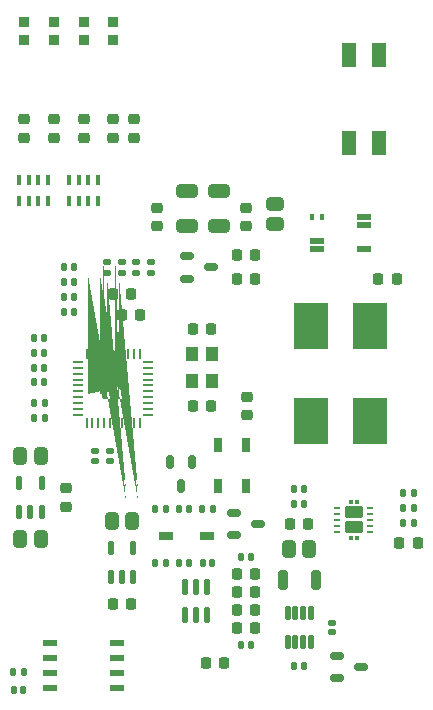
<source format=gbr>
%TF.GenerationSoftware,KiCad,Pcbnew,7.0.6*%
%TF.CreationDate,2023-08-17T07:33:19+09:30*%
%TF.ProjectId,spe-source,7370652d-736f-4757-9263-652e6b696361,V1.0*%
%TF.SameCoordinates,Original*%
%TF.FileFunction,Paste,Top*%
%TF.FilePolarity,Positive*%
%FSLAX46Y46*%
G04 Gerber Fmt 4.6, Leading zero omitted, Abs format (unit mm)*
G04 Created by KiCad (PCBNEW 7.0.6) date 2023-08-17 07:33:19*
%MOMM*%
%LPD*%
G01*
G04 APERTURE LIST*
G04 Aperture macros list*
%AMRoundRect*
0 Rectangle with rounded corners*
0 $1 Rounding radius*
0 $2 $3 $4 $5 $6 $7 $8 $9 X,Y pos of 4 corners*
0 Add a 4 corners polygon primitive as box body*
4,1,4,$2,$3,$4,$5,$6,$7,$8,$9,$2,$3,0*
0 Add four circle primitives for the rounded corners*
1,1,$1+$1,$2,$3*
1,1,$1+$1,$4,$5*
1,1,$1+$1,$6,$7*
1,1,$1+$1,$8,$9*
0 Add four rect primitives between the rounded corners*
20,1,$1+$1,$2,$3,$4,$5,0*
20,1,$1+$1,$4,$5,$6,$7,0*
20,1,$1+$1,$6,$7,$8,$9,0*
20,1,$1+$1,$8,$9,$2,$3,0*%
%AMFreePoly0*
4,1,57,0.261296,0.442772,0.269672,0.444099,0.291600,0.432926,0.315006,0.425321,0.319990,0.418460,0.327546,0.414611,0.414611,0.327546,0.418460,0.319990,0.425321,0.315006,0.432926,0.291600,0.444099,0.269672,0.442772,0.261296,0.445393,0.253232,0.445393,-0.253232,0.442772,-0.261296,0.444099,-0.269672,0.432926,-0.291600,0.425321,-0.315006,0.418460,-0.319990,0.414611,-0.327546,
0.327546,-0.414611,0.319990,-0.418460,0.315006,-0.425321,0.291600,-0.432926,0.269672,-0.444099,0.261296,-0.442772,0.253232,-0.445393,-0.253232,-0.445393,-0.261296,-0.442772,-0.269672,-0.444099,-0.291600,-0.432926,-0.315006,-0.425321,-0.319990,-0.418460,-0.327546,-0.414611,-0.414611,-0.327546,-0.418460,-0.319990,-0.425321,-0.315006,-0.432926,-0.291600,-0.444099,-0.269672,-0.442772,-0.261296,
-0.445393,-0.253232,-0.445393,0.253232,-0.442772,0.261296,-0.444099,0.269672,-0.432926,0.291600,-0.425321,0.315006,-0.418460,0.319990,-0.414611,0.327546,-0.327546,0.414611,-0.319990,0.418460,-0.315006,0.425321,-0.291600,0.432926,-0.269672,0.444099,-0.261296,0.442772,-0.253232,0.445393,0.253232,0.445393,0.261296,0.442772,0.261296,0.442772,$1*%
G04 Aperture macros list end*
%ADD10RoundRect,0.127500X-0.127500X-0.172500X0.127500X-0.172500X0.127500X0.172500X-0.127500X0.172500X0*%
%ADD11RoundRect,0.127500X0.127500X0.172500X-0.127500X0.172500X-0.127500X-0.172500X0.127500X-0.172500X0*%
%ADD12RoundRect,0.147500X0.147500X0.152500X-0.147500X0.152500X-0.147500X-0.152500X0.147500X-0.152500X0*%
%ADD13RoundRect,0.212500X0.277500X-0.212500X0.277500X0.212500X-0.277500X0.212500X-0.277500X-0.212500X0*%
%ADD14RoundRect,0.100000X0.100000X-0.350000X0.100000X0.350000X-0.100000X0.350000X-0.100000X-0.350000X0*%
%ADD15R,1.200000X2.000000*%
%ADD16RoundRect,0.212500X0.212500X0.277500X-0.212500X0.277500X-0.212500X-0.277500X0.212500X-0.277500X0*%
%ADD17RoundRect,0.127500X0.172500X-0.127500X0.172500X0.127500X-0.172500X0.127500X-0.172500X-0.127500X0*%
%ADD18RoundRect,0.147500X-0.147500X-0.152500X0.147500X-0.152500X0.147500X0.152500X-0.147500X0.152500X0*%
%ADD19RoundRect,0.115000X0.115000X-0.460000X0.115000X0.460000X-0.115000X0.460000X-0.115000X-0.460000X0*%
%ADD20RoundRect,0.230000X0.230000X0.255000X-0.230000X0.255000X-0.230000X-0.255000X0.230000X-0.255000X0*%
%ADD21R,3.000000X4.000000*%
%ADD22RoundRect,0.205000X-0.205000X-0.630000X0.205000X-0.630000X0.205000X0.630000X-0.205000X0.630000X0*%
%ADD23RoundRect,0.212500X-0.212500X-0.277500X0.212500X-0.277500X0.212500X0.277500X-0.212500X0.277500X0*%
%ADD24RoundRect,0.120000X0.120000X-0.485000X0.120000X0.485000X-0.120000X0.485000X-0.120000X-0.485000X0*%
%ADD25FreePoly0,180.000000*%
%ADD26RoundRect,0.062500X0.350000X0.062500X-0.350000X0.062500X-0.350000X-0.062500X0.350000X-0.062500X0*%
%ADD27RoundRect,0.062500X0.062500X0.350000X-0.062500X0.350000X-0.062500X-0.350000X0.062500X-0.350000X0*%
%ADD28R,1.220000X0.580000*%
%ADD29RoundRect,0.230000X-0.230000X-0.255000X0.230000X-0.255000X0.230000X0.255000X-0.230000X0.255000X0*%
%ADD30R,0.760000X1.200000*%
%ADD31RoundRect,0.147500X0.152500X-0.147500X0.152500X0.147500X-0.152500X0.147500X-0.152500X-0.147500X0*%
%ADD32RoundRect,0.290000X0.290000X0.445000X-0.290000X0.445000X-0.290000X-0.445000X0.290000X-0.445000X0*%
%ADD33RoundRect,0.140000X0.140000X-0.535000X0.140000X0.535000X-0.140000X0.535000X-0.140000X-0.535000X0*%
%ADD34RoundRect,0.100000X-0.100000X0.350000X-0.100000X-0.350000X0.100000X-0.350000X0.100000X0.350000X0*%
%ADD35R,1.200000X0.500000*%
%ADD36R,0.420000X0.500000*%
%ADD37RoundRect,0.290000X-0.620000X0.290000X-0.620000X-0.290000X0.620000X-0.290000X0.620000X0.290000X0*%
%ADD38RoundRect,0.152500X0.437500X-0.152500X0.437500X0.152500X-0.437500X0.152500X-0.437500X-0.152500X0*%
%ADD39R,1.090000X1.190000*%
%ADD40RoundRect,0.227500X-0.237500X0.227500X-0.237500X-0.227500X0.237500X-0.227500X0.237500X0.227500X0*%
%ADD41RoundRect,0.290000X-0.445000X0.290000X-0.445000X-0.290000X0.445000X-0.290000X0.445000X0.290000X0*%
%ADD42R,1.200000X0.760000*%
%ADD43RoundRect,0.290000X0.620000X-0.290000X0.620000X0.290000X-0.620000X0.290000X-0.620000X-0.290000X0*%
%ADD44RoundRect,0.212500X-0.277500X0.212500X-0.277500X-0.212500X0.277500X-0.212500X0.277500X0.212500X0*%
%ADD45RoundRect,0.025000X0.100000X0.145000X-0.100000X0.145000X-0.100000X-0.145000X0.100000X-0.145000X0*%
%ADD46RoundRect,0.106000X0.644000X0.424000X-0.644000X0.424000X-0.644000X-0.424000X0.644000X-0.424000X0*%
%ADD47R,0.600000X0.240000*%
%ADD48RoundRect,0.290000X-0.290000X-0.445000X0.290000X-0.445000X0.290000X0.445000X-0.290000X0.445000X0*%
%ADD49RoundRect,0.152500X-0.152500X-0.437500X0.152500X-0.437500X0.152500X0.437500X-0.152500X0.437500X0*%
G04 APERTURE END LIST*
D10*
%TO.C,R30*%
X113555000Y-86750000D03*
X114445000Y-86750000D03*
%TD*%
D11*
%TO.C,R33*%
X115555000Y-82250000D03*
X116445000Y-82250000D03*
%TD*%
D10*
%TO.C,R31*%
X114445000Y-82250000D03*
X113555000Y-82250000D03*
%TD*%
D11*
%TO.C,R27*%
X117555000Y-82250000D03*
X118445000Y-82250000D03*
%TD*%
D10*
%TO.C,R6*%
X116445000Y-86750000D03*
X115555000Y-86750000D03*
%TD*%
D12*
%TO.C,C3*%
X121655000Y-93750000D03*
X120845000Y-93750000D03*
%TD*%
%TO.C,C2*%
X120845000Y-86250000D03*
X121655000Y-86250000D03*
%TD*%
%TO.C,C1*%
X117595000Y-86750000D03*
X118405000Y-86750000D03*
%TD*%
D13*
%TO.C,R26*%
X121250000Y-56725000D03*
X121250000Y-58275000D03*
%TD*%
%TO.C,R21*%
X105000000Y-49225000D03*
X105000000Y-50775000D03*
%TD*%
%TO.C,R16*%
X107500000Y-49225000D03*
X107500000Y-50775000D03*
%TD*%
D14*
%TO.C,R19*%
X102050000Y-56100000D03*
X102850000Y-56100000D03*
X103650000Y-56100000D03*
X104450000Y-56100000D03*
X104450000Y-54400000D03*
X103650000Y-54400000D03*
X102850000Y-54400000D03*
X102050000Y-54400000D03*
%TD*%
D15*
%TO.C,L3*%
X132520000Y-43750000D03*
X129980000Y-43750000D03*
X129980000Y-51250000D03*
X132520000Y-51250000D03*
%TD*%
D16*
%TO.C,R3*%
X122025000Y-87750000D03*
X120475000Y-87750000D03*
%TD*%
D17*
%TO.C,R18*%
X111975000Y-61305000D03*
X111975000Y-62195000D03*
%TD*%
D18*
%TO.C,C7*%
X106655000Y-65500000D03*
X105845000Y-65500000D03*
%TD*%
D19*
%TO.C,U5*%
X109800000Y-88000000D03*
X110750000Y-88000000D03*
X111700000Y-88000000D03*
X111700000Y-85500000D03*
X109800000Y-85500000D03*
%TD*%
D20*
%TO.C,C34*%
X134225000Y-85120000D03*
X135775000Y-85120000D03*
%TD*%
D21*
%TO.C,L2*%
X131750000Y-74750000D03*
X131750000Y-66750000D03*
X126750000Y-66750000D03*
X126750000Y-74750000D03*
%TD*%
D16*
%TO.C,R7*%
X124975000Y-83500000D03*
X126525000Y-83500000D03*
%TD*%
D11*
%TO.C,R14*%
X103305000Y-73250000D03*
X104195000Y-73250000D03*
%TD*%
D22*
%TO.C,R9*%
X127155000Y-88250000D03*
X124345000Y-88250000D03*
%TD*%
D23*
%TO.C,R5*%
X120475000Y-89250000D03*
X122025000Y-89250000D03*
%TD*%
D24*
%TO.C,U2*%
X124775000Y-93505000D03*
X125425000Y-93505000D03*
X126075000Y-93505000D03*
X126725000Y-93505000D03*
X126725000Y-90995000D03*
X126075000Y-90995000D03*
X125425000Y-90995000D03*
X124775000Y-90995000D03*
%TD*%
D18*
%TO.C,C6*%
X106655000Y-64250000D03*
X105845000Y-64250000D03*
%TD*%
D25*
%TO.C,U4*%
X110512500Y-72512500D03*
X110512500Y-71487500D03*
X109487500Y-72512500D03*
X109487500Y-71487500D03*
D26*
X112937500Y-74250000D03*
X112937500Y-73750000D03*
X112937500Y-73250000D03*
X112937500Y-72750000D03*
X112937500Y-72250000D03*
X112937500Y-71750000D03*
X112937500Y-71250000D03*
X112937500Y-70750000D03*
X112937500Y-70250000D03*
X112937500Y-69750000D03*
D27*
X112250000Y-69062500D03*
X111750000Y-69062500D03*
X111250000Y-69062500D03*
X110750000Y-69062500D03*
X110250000Y-69062500D03*
X109750000Y-69062500D03*
X109250000Y-69062500D03*
X108750000Y-69062500D03*
X108250000Y-69062500D03*
X107750000Y-69062500D03*
D26*
X107062500Y-69750000D03*
X107062500Y-70250000D03*
X107062500Y-70750000D03*
X107062500Y-71250000D03*
X107062500Y-71750000D03*
X107062500Y-72250000D03*
X107062500Y-72750000D03*
X107062500Y-73250000D03*
X107062500Y-73750000D03*
X107062500Y-74250000D03*
D27*
X107750000Y-74937500D03*
X108250000Y-74937500D03*
X108750000Y-74937500D03*
X109250000Y-74937500D03*
X109750000Y-74937500D03*
X110250000Y-74937500D03*
X110750000Y-74937500D03*
X111250000Y-74937500D03*
X111750000Y-74937500D03*
X112250000Y-74937500D03*
%TD*%
D18*
%TO.C,C16*%
X104155000Y-69000000D03*
X103345000Y-69000000D03*
%TD*%
D28*
%TO.C,IC1*%
X110345000Y-97405000D03*
X110345000Y-96135000D03*
X110345000Y-94865000D03*
X110345000Y-93595000D03*
X104655000Y-93595000D03*
X104655000Y-94865000D03*
X104655000Y-96135000D03*
X104655000Y-97405000D03*
%TD*%
D23*
%TO.C,R23*%
X112275000Y-65750000D03*
X110725000Y-65750000D03*
%TD*%
D29*
%TO.C,C24*%
X122025000Y-60750000D03*
X120475000Y-60750000D03*
%TD*%
D30*
%TO.C,D8*%
X121250000Y-80230000D03*
X121250000Y-76770000D03*
%TD*%
D31*
%TO.C,C28*%
X128500000Y-91845000D03*
X128500000Y-92655000D03*
%TD*%
D18*
%TO.C,C12*%
X106655000Y-61750000D03*
X105845000Y-61750000D03*
%TD*%
D20*
%TO.C,C11*%
X116725000Y-67000000D03*
X118275000Y-67000000D03*
%TD*%
D10*
%TO.C,R34*%
X126195000Y-80500000D03*
X125305000Y-80500000D03*
%TD*%
D20*
%TO.C,C5*%
X109975000Y-90250000D03*
X111525000Y-90250000D03*
%TD*%
D19*
%TO.C,U6*%
X102050000Y-82500000D03*
X103000000Y-82500000D03*
X103950000Y-82500000D03*
X103950000Y-80000000D03*
X102050000Y-80000000D03*
%TD*%
D11*
%TO.C,R12*%
X101555000Y-96000000D03*
X102445000Y-96000000D03*
%TD*%
D30*
%TO.C,D6*%
X118850000Y-76770000D03*
X118850000Y-80230000D03*
%TD*%
D31*
%TO.C,C14*%
X109750000Y-77345000D03*
X109750000Y-78155000D03*
%TD*%
D18*
%TO.C,C13*%
X106655000Y-63000000D03*
X105845000Y-63000000D03*
%TD*%
D32*
%TO.C,C18*%
X102125000Y-84750000D03*
X103875000Y-84750000D03*
%TD*%
D23*
%TO.C,R4*%
X120475000Y-90750000D03*
X122025000Y-90750000D03*
%TD*%
D31*
%TO.C,C15*%
X108500000Y-77345000D03*
X108500000Y-78155000D03*
%TD*%
D33*
%TO.C,U1*%
X116050000Y-91175000D03*
X117000000Y-91175000D03*
X117950000Y-91175000D03*
X117950000Y-88825000D03*
X117000000Y-88825000D03*
X116050000Y-88825000D03*
%TD*%
D34*
%TO.C,R13*%
X108700000Y-54400000D03*
X107900000Y-54400000D03*
X107100000Y-54400000D03*
X106300000Y-54400000D03*
X106300000Y-56100000D03*
X107100000Y-56100000D03*
X107900000Y-56100000D03*
X108700000Y-56100000D03*
%TD*%
D23*
%TO.C,R20*%
X111525000Y-64000000D03*
X109975000Y-64000000D03*
%TD*%
D35*
%TO.C,L1*%
X127270000Y-60200000D03*
X127270000Y-59550000D03*
D36*
X126870000Y-57500000D03*
X127720000Y-57500000D03*
D35*
X131250000Y-60200000D03*
X131250000Y-58150000D03*
X131250000Y-57500000D03*
%TD*%
D37*
%TO.C,C29*%
X119000000Y-58225000D03*
X119000000Y-55275000D03*
%TD*%
D38*
%TO.C,D7*%
X116225000Y-60800000D03*
X116225000Y-62700000D03*
X118275000Y-61750000D03*
%TD*%
D13*
%TO.C,R28*%
X110000000Y-49225000D03*
X110000000Y-50775000D03*
%TD*%
D18*
%TO.C,C32*%
X126155000Y-81750000D03*
X125345000Y-81750000D03*
%TD*%
D13*
%TO.C,R29*%
X113750000Y-56725000D03*
X113750000Y-58275000D03*
%TD*%
D39*
%TO.C,X1*%
X116640000Y-69090000D03*
X116640000Y-71410000D03*
X118360000Y-71410000D03*
X118360000Y-69090000D03*
%TD*%
D17*
%TO.C,R25*%
X110750000Y-61305000D03*
X110750000Y-62195000D03*
%TD*%
D18*
%TO.C,C17*%
X104155000Y-67750000D03*
X103345000Y-67750000D03*
%TD*%
D29*
%TO.C,C22*%
X122025000Y-62750000D03*
X120475000Y-62750000D03*
%TD*%
D10*
%TO.C,R32*%
X135445000Y-80870000D03*
X134555000Y-80870000D03*
%TD*%
D40*
%TO.C,D5*%
X110000000Y-42510000D03*
X110000000Y-40990000D03*
%TD*%
D13*
%TO.C,R15*%
X121300000Y-72725000D03*
X121300000Y-74275000D03*
%TD*%
D16*
%TO.C,R8*%
X117825000Y-95250000D03*
X119375000Y-95250000D03*
%TD*%
D20*
%TO.C,C23*%
X132450000Y-62750000D03*
X134000000Y-62750000D03*
%TD*%
D41*
%TO.C,C25*%
X123750000Y-58125000D03*
X123750000Y-56375000D03*
%TD*%
D42*
%TO.C,U3*%
X117980000Y-84500000D03*
X114520000Y-84500000D03*
%TD*%
D40*
%TO.C,D2*%
X102500000Y-42510000D03*
X102500000Y-40990000D03*
%TD*%
%TO.C,D3*%
X105000000Y-42510000D03*
X105000000Y-40990000D03*
%TD*%
D43*
%TO.C,C30*%
X116250000Y-55275000D03*
X116250000Y-58225000D03*
%TD*%
D10*
%TO.C,R36*%
X135445000Y-82120000D03*
X134555000Y-82120000D03*
%TD*%
D44*
%TO.C,R1*%
X111800000Y-50775000D03*
X111800000Y-49225000D03*
%TD*%
D32*
%TO.C,C4*%
X109875000Y-83250000D03*
X111625000Y-83250000D03*
%TD*%
D10*
%TO.C,R35*%
X135445000Y-83370000D03*
X134555000Y-83370000D03*
%TD*%
D11*
%TO.C,R10*%
X103305000Y-74500000D03*
X104195000Y-74500000D03*
%TD*%
D18*
%TO.C,C8*%
X104155000Y-71500000D03*
X103345000Y-71500000D03*
%TD*%
D17*
%TO.C,R24*%
X109500000Y-61305000D03*
X109500000Y-62195000D03*
%TD*%
D45*
%TO.C,U8*%
X130630000Y-84650000D03*
X130630000Y-81590000D03*
D46*
X130380000Y-83750000D03*
X130380000Y-82490000D03*
D45*
X130130000Y-84650000D03*
X130130000Y-81590000D03*
D47*
X131780000Y-84120000D03*
X131780000Y-83620000D03*
X131780000Y-83120000D03*
X131780000Y-82620000D03*
X131780000Y-82120000D03*
X128980000Y-82120000D03*
X128980000Y-82620000D03*
X128980000Y-83120000D03*
X128980000Y-83620000D03*
X128980000Y-84120000D03*
%TD*%
D18*
%TO.C,C20*%
X102405000Y-97500000D03*
X101595000Y-97500000D03*
%TD*%
D12*
%TO.C,C19*%
X125345000Y-95500000D03*
X126155000Y-95500000D03*
%TD*%
D38*
%TO.C,Q2*%
X122275000Y-83500000D03*
X120225000Y-84450000D03*
X120225000Y-82550000D03*
%TD*%
%TO.C,D4*%
X131025000Y-95600000D03*
X128975000Y-96550000D03*
X128975000Y-94650000D03*
%TD*%
D48*
%TO.C,C35*%
X126625000Y-85620000D03*
X124875000Y-85620000D03*
%TD*%
D13*
%TO.C,R17*%
X102500000Y-49225000D03*
X102500000Y-50775000D03*
%TD*%
D40*
%TO.C,D1*%
X107500000Y-42510000D03*
X107500000Y-40990000D03*
%TD*%
D18*
%TO.C,C9*%
X104155000Y-70250000D03*
X103345000Y-70250000D03*
%TD*%
D13*
%TO.C,R11*%
X106000000Y-80475000D03*
X106000000Y-82025000D03*
%TD*%
D32*
%TO.C,C21*%
X102125000Y-77750000D03*
X103875000Y-77750000D03*
%TD*%
D23*
%TO.C,R2*%
X120475000Y-92250000D03*
X122025000Y-92250000D03*
%TD*%
D29*
%TO.C,C10*%
X118275000Y-73500000D03*
X116725000Y-73500000D03*
%TD*%
D17*
%TO.C,R22*%
X113250000Y-61305000D03*
X113250000Y-62195000D03*
%TD*%
D49*
%TO.C,Q1*%
X116700000Y-78225000D03*
X114800000Y-78225000D03*
X115750000Y-80275000D03*
%TD*%
M02*

</source>
